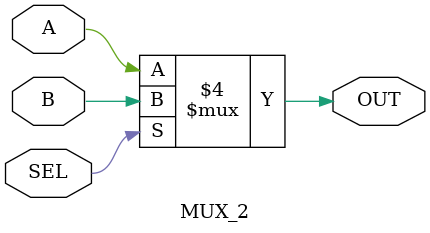
<source format=v>
`timescale 1ns / 1ps


module MUX_2#(parameter DW=1)(
input wire [DW-1:0] A,B,
input wire SEL,
output reg [DW-1:0] OUT
);

    always@(SEL,A,B) begin
        if(SEL == 1'b0) OUT = A;
        else OUT = B;
    end

endmodule

</source>
